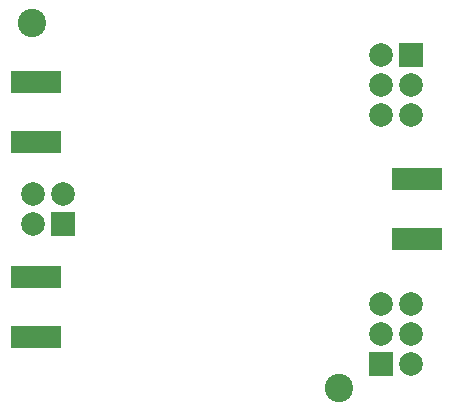
<source format=gbs>
G04*
G04 #@! TF.GenerationSoftware,Altium Limited,Altium Designer,24.4.1 (13)*
G04*
G04 Layer_Color=16711935*
%FSLAX25Y25*%
%MOIN*%
G70*
G04*
G04 #@! TF.SameCoordinates,8584FE8A-8FE8-497F-BE15-97A27C2B3E29*
G04*
G04*
G04 #@! TF.FilePolarity,Negative*
G04*
G01*
G75*
%ADD17R,0.16800X0.07800*%
%ADD24C,0.09461*%
%ADD25C,0.07887*%
%ADD26R,0.07887X0.07887*%
%ADD27R,0.07887X0.07887*%
D17*
X18500Y37500D02*
D03*
Y57500D02*
D03*
X18610Y102500D02*
D03*
Y122500D02*
D03*
X145480Y70000D02*
D03*
Y90000D02*
D03*
D24*
X119610Y20500D02*
D03*
X17110Y142000D02*
D03*
D25*
X27500Y85000D02*
D03*
X17500D02*
D03*
Y75000D02*
D03*
X133500Y121500D02*
D03*
X143500D02*
D03*
Y111500D02*
D03*
X133500D02*
D03*
Y131500D02*
D03*
X143500Y28500D02*
D03*
Y48500D02*
D03*
X133500D02*
D03*
Y38500D02*
D03*
X143500D02*
D03*
D26*
X27500Y75000D02*
D03*
D27*
X143500Y131500D02*
D03*
X133500Y28500D02*
D03*
M02*

</source>
